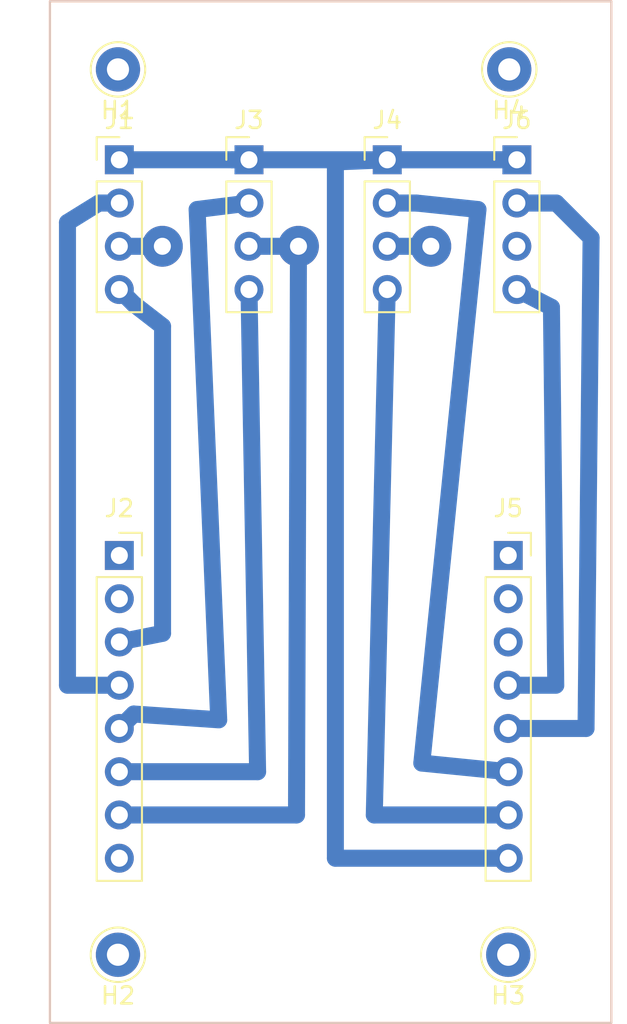
<source format=kicad_pcb>
(kicad_pcb (version 20171130) (host pcbnew "(5.1.5)-3")

  (general
    (thickness 1.6)
    (drawings 20)
    (tracks 57)
    (zones 0)
    (modules 10)
    (nets 21)
  )

  (page A4)
  (layers
    (0 F.Cu signal)
    (31 B.Cu signal)
    (32 B.Adhes user)
    (33 F.Adhes user)
    (34 B.Paste user)
    (35 F.Paste user)
    (36 B.SilkS user)
    (37 F.SilkS user)
    (38 B.Mask user)
    (39 F.Mask user)
    (40 Dwgs.User user)
    (41 Cmts.User user)
    (42 Eco1.User user)
    (43 Eco2.User user)
    (44 Edge.Cuts user)
    (45 Margin user)
    (46 B.CrtYd user)
    (47 F.CrtYd user)
    (48 B.Fab user)
    (49 F.Fab user)
  )

  (setup
    (last_trace_width 1)
    (user_trace_width 2.4)
    (trace_clearance 0.2)
    (zone_clearance 0.508)
    (zone_45_only no)
    (trace_min 0.2)
    (via_size 0.8)
    (via_drill 0.4)
    (via_min_size 0.4)
    (via_min_drill 0.3)
    (user_via 2.4 1)
    (uvia_size 0.3)
    (uvia_drill 0.1)
    (uvias_allowed no)
    (uvia_min_size 0.2)
    (uvia_min_drill 0.1)
    (edge_width 0.05)
    (segment_width 0.2)
    (pcb_text_width 0.3)
    (pcb_text_size 1.5 1.5)
    (mod_edge_width 0.12)
    (mod_text_size 1 1)
    (mod_text_width 0.15)
    (pad_size 1.524 1.524)
    (pad_drill 0.762)
    (pad_to_mask_clearance 0.051)
    (solder_mask_min_width 0.25)
    (aux_axis_origin 0 0)
    (visible_elements 7FFFFFFF)
    (pcbplotparams
      (layerselection 0x010fc_ffffffff)
      (usegerberextensions false)
      (usegerberattributes false)
      (usegerberadvancedattributes false)
      (creategerberjobfile false)
      (excludeedgelayer true)
      (linewidth 0.100000)
      (plotframeref false)
      (viasonmask false)
      (mode 1)
      (useauxorigin false)
      (hpglpennumber 1)
      (hpglpenspeed 20)
      (hpglpendiameter 15.000000)
      (psnegative false)
      (psa4output false)
      (plotreference true)
      (plotvalue true)
      (plotinvisibletext false)
      (padsonsilk false)
      (subtractmaskfromsilk false)
      (outputformat 1)
      (mirror false)
      (drillshape 1)
      (scaleselection 1)
      (outputdirectory ""))
  )

  (net 0 "")
  (net 1 "Net-(J1-Pad4)")
  (net 2 GND)
  (net 3 "Net-(J1-Pad2)")
  (net 4 +3V3)
  (net 5 "Net-(J2-Pad8)")
  (net 6 "Net-(J2-Pad6)")
  (net 7 "Net-(J2-Pad5)")
  (net 8 "Net-(J2-Pad2)")
  (net 9 "Net-(J2-Pad1)")
  (net 10 "Net-(J4-Pad4)")
  (net 11 "Net-(J4-Pad2)")
  (net 12 "Net-(J5-Pad3)")
  (net 13 "Net-(J5-Pad2)")
  (net 14 "Net-(J5-Pad1)")
  (net 15 "Net-(J5-Pad5)")
  (net 16 "Net-(J5-Pad4)")
  (net 17 "Net-(H1-Pad1)")
  (net 18 "Net-(H2-Pad1)")
  (net 19 "Net-(H3-Pad1)")
  (net 20 "Net-(H4-Pad1)")

  (net_class Default "Ez az alapértelmezett vezetékosztály"
    (clearance 0.2)
    (trace_width 1)
    (via_dia 0.8)
    (via_drill 0.4)
    (uvia_dia 0.3)
    (uvia_drill 0.1)
    (add_net +3V3)
    (add_net GND)
    (add_net "Net-(H1-Pad1)")
    (add_net "Net-(H2-Pad1)")
    (add_net "Net-(H3-Pad1)")
    (add_net "Net-(H4-Pad1)")
    (add_net "Net-(J1-Pad2)")
    (add_net "Net-(J1-Pad4)")
    (add_net "Net-(J2-Pad1)")
    (add_net "Net-(J2-Pad2)")
    (add_net "Net-(J2-Pad5)")
    (add_net "Net-(J2-Pad6)")
    (add_net "Net-(J2-Pad8)")
    (add_net "Net-(J4-Pad2)")
    (add_net "Net-(J4-Pad4)")
    (add_net "Net-(J5-Pad1)")
    (add_net "Net-(J5-Pad2)")
    (add_net "Net-(J5-Pad3)")
    (add_net "Net-(J5-Pad4)")
    (add_net "Net-(J5-Pad5)")
  )

  (module Connector_PinSocket_2.54mm:PinSocket_1x08_P2.54mm_Vertical (layer F.Cu) (tedit 5A19A420) (tstamp 5EE98C21)
    (at 132.08 82.55)
    (descr "Through hole straight socket strip, 1x08, 2.54mm pitch, single row (from Kicad 4.0.7), script generated")
    (tags "Through hole socket strip THT 1x08 2.54mm single row")
    (path /5EE9084A)
    (fp_text reference J2 (at 0 -2.77) (layer F.SilkS)
      (effects (font (size 1 1) (thickness 0.15)))
    )
    (fp_text value L (at 0 20.55) (layer F.Fab)
      (effects (font (size 1 1) (thickness 0.15)))
    )
    (fp_text user %R (at 0 8.89 90) (layer F.Fab)
      (effects (font (size 1 1) (thickness 0.15)))
    )
    (fp_line (start -1.8 19.55) (end -1.8 -1.8) (layer F.CrtYd) (width 0.05))
    (fp_line (start 1.75 19.55) (end -1.8 19.55) (layer F.CrtYd) (width 0.05))
    (fp_line (start 1.75 -1.8) (end 1.75 19.55) (layer F.CrtYd) (width 0.05))
    (fp_line (start -1.8 -1.8) (end 1.75 -1.8) (layer F.CrtYd) (width 0.05))
    (fp_line (start 0 -1.33) (end 1.33 -1.33) (layer F.SilkS) (width 0.12))
    (fp_line (start 1.33 -1.33) (end 1.33 0) (layer F.SilkS) (width 0.12))
    (fp_line (start 1.33 1.27) (end 1.33 19.11) (layer F.SilkS) (width 0.12))
    (fp_line (start -1.33 19.11) (end 1.33 19.11) (layer F.SilkS) (width 0.12))
    (fp_line (start -1.33 1.27) (end -1.33 19.11) (layer F.SilkS) (width 0.12))
    (fp_line (start -1.33 1.27) (end 1.33 1.27) (layer F.SilkS) (width 0.12))
    (fp_line (start -1.27 19.05) (end -1.27 -1.27) (layer F.Fab) (width 0.1))
    (fp_line (start 1.27 19.05) (end -1.27 19.05) (layer F.Fab) (width 0.1))
    (fp_line (start 1.27 -0.635) (end 1.27 19.05) (layer F.Fab) (width 0.1))
    (fp_line (start 0.635 -1.27) (end 1.27 -0.635) (layer F.Fab) (width 0.1))
    (fp_line (start -1.27 -1.27) (end 0.635 -1.27) (layer F.Fab) (width 0.1))
    (pad 8 thru_hole oval (at 0 17.78) (size 1.7 1.7) (drill 1) (layers *.Cu *.Mask)
      (net 5 "Net-(J2-Pad8)"))
    (pad 7 thru_hole oval (at 0 15.24) (size 1.7 1.7) (drill 1) (layers *.Cu *.Mask)
      (net 2 GND))
    (pad 6 thru_hole oval (at 0 12.7) (size 1.7 1.7) (drill 1) (layers *.Cu *.Mask)
      (net 6 "Net-(J2-Pad6)"))
    (pad 5 thru_hole oval (at 0 10.16) (size 1.7 1.7) (drill 1) (layers *.Cu *.Mask)
      (net 7 "Net-(J2-Pad5)"))
    (pad 4 thru_hole oval (at 0 7.62) (size 1.7 1.7) (drill 1) (layers *.Cu *.Mask)
      (net 3 "Net-(J1-Pad2)"))
    (pad 3 thru_hole oval (at 0 5.08) (size 1.7 1.7) (drill 1) (layers *.Cu *.Mask)
      (net 1 "Net-(J1-Pad4)"))
    (pad 2 thru_hole oval (at 0 2.54) (size 1.7 1.7) (drill 1) (layers *.Cu *.Mask)
      (net 8 "Net-(J2-Pad2)"))
    (pad 1 thru_hole rect (at 0 0) (size 1.7 1.7) (drill 1) (layers *.Cu *.Mask)
      (net 9 "Net-(J2-Pad1)"))
    (model ${KISYS3DMOD}/Connector_PinSocket_2.54mm.3dshapes/PinSocket_1x08_P2.54mm_Vertical.wrl
      (at (xyz 0 0 0))
      (scale (xyz 1 1 1))
      (rotate (xyz 0 0 0))
    )
  )

  (module Connector_Pin:Pin_D1.3mm_L11.0mm (layer F.Cu) (tedit 5A1DC085) (tstamp 5EE9948D)
    (at 155 54)
    (descr "solder Pin_ diameter 1.3mm, hole diameter 1.3mm, length 11.0mm")
    (tags "solder Pin_ pressfit")
    (path /5EEB3F94)
    (fp_text reference H4 (at 0 2.4) (layer F.SilkS)
      (effects (font (size 1 1) (thickness 0.15)))
    )
    (fp_text value MountingHole_Pad (at 0 -2.05) (layer F.Fab)
      (effects (font (size 1 1) (thickness 0.15)))
    )
    (fp_circle (center 0 0) (end 1.6 0.05) (layer F.SilkS) (width 0.12))
    (fp_circle (center 0 0) (end 1.25 -0.05) (layer F.Fab) (width 0.12))
    (fp_circle (center 0 0) (end 0.65 -0.05) (layer F.Fab) (width 0.12))
    (fp_circle (center 0 0) (end 1.8 0) (layer F.CrtYd) (width 0.05))
    (fp_text user %R (at 0 2.4) (layer F.Fab)
      (effects (font (size 1 1) (thickness 0.15)))
    )
    (pad 1 thru_hole circle (at 0 0) (size 2.6 2.6) (drill 1.3) (layers *.Cu *.Mask)
      (net 20 "Net-(H4-Pad1)"))
    (model ${KISYS3DMOD}/Connector_Pin.3dshapes/Pin_D1.3mm_L11.0mm.wrl
      (at (xyz 0 0 0))
      (scale (xyz 1 1 1))
      (rotate (xyz 0 0 0))
    )
  )

  (module Connector_Pin:Pin_D1.3mm_L11.0mm (layer F.Cu) (tedit 5A1DC085) (tstamp 5EE98310)
    (at 154.94 106)
    (descr "solder Pin_ diameter 1.3mm, hole diameter 1.3mm, length 11.0mm")
    (tags "solder Pin_ pressfit")
    (path /5EEB3D34)
    (fp_text reference H3 (at 0 2.4) (layer F.SilkS)
      (effects (font (size 1 1) (thickness 0.15)))
    )
    (fp_text value MountingHole_Pad (at 0 -2.05) (layer F.Fab)
      (effects (font (size 1 1) (thickness 0.15)))
    )
    (fp_circle (center 0 0) (end 1.6 0.05) (layer F.SilkS) (width 0.12))
    (fp_circle (center 0 0) (end 1.25 -0.05) (layer F.Fab) (width 0.12))
    (fp_circle (center 0 0) (end 0.65 -0.05) (layer F.Fab) (width 0.12))
    (fp_circle (center 0 0) (end 1.8 0) (layer F.CrtYd) (width 0.05))
    (fp_text user %R (at 0 2.4) (layer F.Fab)
      (effects (font (size 1 1) (thickness 0.15)))
    )
    (pad 1 thru_hole circle (at 0 0) (size 2.6 2.6) (drill 1.3) (layers *.Cu *.Mask)
      (net 19 "Net-(H3-Pad1)"))
    (model ${KISYS3DMOD}/Connector_Pin.3dshapes/Pin_D1.3mm_L11.0mm.wrl
      (at (xyz 0 0 0))
      (scale (xyz 1 1 1))
      (rotate (xyz 0 0 0))
    )
  )

  (module Connector_Pin:Pin_D1.3mm_L11.0mm (layer F.Cu) (tedit 5A1DC085) (tstamp 5EE98306)
    (at 132 106)
    (descr "solder Pin_ diameter 1.3mm, hole diameter 1.3mm, length 11.0mm")
    (tags "solder Pin_ pressfit")
    (path /5EEB3C51)
    (fp_text reference H2 (at 0 2.4) (layer F.SilkS)
      (effects (font (size 1 1) (thickness 0.15)))
    )
    (fp_text value MountingHole_Pad (at 0 -2.05) (layer F.Fab)
      (effects (font (size 1 1) (thickness 0.15)))
    )
    (fp_circle (center 0 0) (end 1.6 0.05) (layer F.SilkS) (width 0.12))
    (fp_circle (center 0 0) (end 1.25 -0.05) (layer F.Fab) (width 0.12))
    (fp_circle (center 0 0) (end 0.65 -0.05) (layer F.Fab) (width 0.12))
    (fp_circle (center 0 0) (end 1.8 0) (layer F.CrtYd) (width 0.05))
    (fp_text user %R (at 0 2.4) (layer F.Fab)
      (effects (font (size 1 1) (thickness 0.15)))
    )
    (pad 1 thru_hole circle (at 0 0) (size 2.6 2.6) (drill 1.3) (layers *.Cu *.Mask)
      (net 18 "Net-(H2-Pad1)"))
    (model ${KISYS3DMOD}/Connector_Pin.3dshapes/Pin_D1.3mm_L11.0mm.wrl
      (at (xyz 0 0 0))
      (scale (xyz 1 1 1))
      (rotate (xyz 0 0 0))
    )
  )

  (module Connector_Pin:Pin_D1.3mm_L11.0mm (layer F.Cu) (tedit 5A1DC085) (tstamp 5EE982FC)
    (at 132 54)
    (descr "solder Pin_ diameter 1.3mm, hole diameter 1.3mm, length 11.0mm")
    (tags "solder Pin_ pressfit")
    (path /5EEB3772)
    (fp_text reference H1 (at 0 2.4) (layer F.SilkS)
      (effects (font (size 1 1) (thickness 0.15)))
    )
    (fp_text value MountingHole_Pad (at 0 -2.05) (layer F.Fab)
      (effects (font (size 1 1) (thickness 0.15)))
    )
    (fp_circle (center 0 0) (end 1.6 0.05) (layer F.SilkS) (width 0.12))
    (fp_circle (center 0 0) (end 1.25 -0.05) (layer F.Fab) (width 0.12))
    (fp_circle (center 0 0) (end 0.65 -0.05) (layer F.Fab) (width 0.12))
    (fp_circle (center 0 0) (end 1.8 0) (layer F.CrtYd) (width 0.05))
    (fp_text user %R (at 0 2.4) (layer F.Fab)
      (effects (font (size 1 1) (thickness 0.15)))
    )
    (pad 1 thru_hole circle (at 0 0) (size 2.6 2.6) (drill 1.3) (layers *.Cu *.Mask)
      (net 17 "Net-(H1-Pad1)"))
    (model ${KISYS3DMOD}/Connector_Pin.3dshapes/Pin_D1.3mm_L11.0mm.wrl
      (at (xyz 0 0 0))
      (scale (xyz 1 1 1))
      (rotate (xyz 0 0 0))
    )
  )

  (module Connector_PinHeader_2.54mm:PinHeader_1x04_P2.54mm_Vertical (layer F.Cu) (tedit 59FED5CC) (tstamp 5EE98D49)
    (at 155.448 59.31)
    (descr "Through hole straight pin header, 1x04, 2.54mm pitch, single row")
    (tags "Through hole pin header THT 1x04 2.54mm single row")
    (path /5EE95521)
    (fp_text reference J6 (at 0 -2.33) (layer F.SilkS)
      (effects (font (size 1 1) (thickness 0.15)))
    )
    (fp_text value M4 (at 0 9.95) (layer F.Fab)
      (effects (font (size 1 1) (thickness 0.15)))
    )
    (fp_text user %R (at 0 3.81 90) (layer F.Fab)
      (effects (font (size 1 1) (thickness 0.15)))
    )
    (fp_line (start 1.8 -1.8) (end -1.8 -1.8) (layer F.CrtYd) (width 0.05))
    (fp_line (start 1.8 9.4) (end 1.8 -1.8) (layer F.CrtYd) (width 0.05))
    (fp_line (start -1.8 9.4) (end 1.8 9.4) (layer F.CrtYd) (width 0.05))
    (fp_line (start -1.8 -1.8) (end -1.8 9.4) (layer F.CrtYd) (width 0.05))
    (fp_line (start -1.33 -1.33) (end 0 -1.33) (layer F.SilkS) (width 0.12))
    (fp_line (start -1.33 0) (end -1.33 -1.33) (layer F.SilkS) (width 0.12))
    (fp_line (start -1.33 1.27) (end 1.33 1.27) (layer F.SilkS) (width 0.12))
    (fp_line (start 1.33 1.27) (end 1.33 8.95) (layer F.SilkS) (width 0.12))
    (fp_line (start -1.33 1.27) (end -1.33 8.95) (layer F.SilkS) (width 0.12))
    (fp_line (start -1.33 8.95) (end 1.33 8.95) (layer F.SilkS) (width 0.12))
    (fp_line (start -1.27 -0.635) (end -0.635 -1.27) (layer F.Fab) (width 0.1))
    (fp_line (start -1.27 8.89) (end -1.27 -0.635) (layer F.Fab) (width 0.1))
    (fp_line (start 1.27 8.89) (end -1.27 8.89) (layer F.Fab) (width 0.1))
    (fp_line (start 1.27 -1.27) (end 1.27 8.89) (layer F.Fab) (width 0.1))
    (fp_line (start -0.635 -1.27) (end 1.27 -1.27) (layer F.Fab) (width 0.1))
    (pad 4 thru_hole oval (at 0 7.62) (size 1.7 1.7) (drill 1) (layers *.Cu *.Mask)
      (net 16 "Net-(J5-Pad4)"))
    (pad 3 thru_hole oval (at 0 5.08) (size 1.7 1.7) (drill 1) (layers *.Cu *.Mask)
      (net 2 GND))
    (pad 2 thru_hole oval (at 0 2.54) (size 1.7 1.7) (drill 1) (layers *.Cu *.Mask)
      (net 15 "Net-(J5-Pad5)"))
    (pad 1 thru_hole rect (at 0 0) (size 1.7 1.7) (drill 1) (layers *.Cu *.Mask)
      (net 4 +3V3))
    (model ${KISYS3DMOD}/Connector_PinHeader_2.54mm.3dshapes/PinHeader_1x04_P2.54mm_Vertical.wrl
      (at (xyz 0 0 0))
      (scale (xyz 1 1 1))
      (rotate (xyz 0 0 0))
    )
  )

  (module Connector_PinSocket_2.54mm:PinSocket_1x08_P2.54mm_Vertical (layer F.Cu) (tedit 5A19A420) (tstamp 5EE98FB4)
    (at 154.94 82.55)
    (descr "Through hole straight socket strip, 1x08, 2.54mm pitch, single row (from Kicad 4.0.7), script generated")
    (tags "Through hole socket strip THT 1x08 2.54mm single row")
    (path /5EE91153)
    (fp_text reference J5 (at 0 -2.77) (layer F.SilkS)
      (effects (font (size 1 1) (thickness 0.15)))
    )
    (fp_text value R (at 0 20.55) (layer F.Fab)
      (effects (font (size 1 1) (thickness 0.15)))
    )
    (fp_text user %R (at 0 8.89 90) (layer F.Fab)
      (effects (font (size 1 1) (thickness 0.15)))
    )
    (fp_line (start -1.8 19.55) (end -1.8 -1.8) (layer F.CrtYd) (width 0.05))
    (fp_line (start 1.75 19.55) (end -1.8 19.55) (layer F.CrtYd) (width 0.05))
    (fp_line (start 1.75 -1.8) (end 1.75 19.55) (layer F.CrtYd) (width 0.05))
    (fp_line (start -1.8 -1.8) (end 1.75 -1.8) (layer F.CrtYd) (width 0.05))
    (fp_line (start 0 -1.33) (end 1.33 -1.33) (layer F.SilkS) (width 0.12))
    (fp_line (start 1.33 -1.33) (end 1.33 0) (layer F.SilkS) (width 0.12))
    (fp_line (start 1.33 1.27) (end 1.33 19.11) (layer F.SilkS) (width 0.12))
    (fp_line (start -1.33 19.11) (end 1.33 19.11) (layer F.SilkS) (width 0.12))
    (fp_line (start -1.33 1.27) (end -1.33 19.11) (layer F.SilkS) (width 0.12))
    (fp_line (start -1.33 1.27) (end 1.33 1.27) (layer F.SilkS) (width 0.12))
    (fp_line (start -1.27 19.05) (end -1.27 -1.27) (layer F.Fab) (width 0.1))
    (fp_line (start 1.27 19.05) (end -1.27 19.05) (layer F.Fab) (width 0.1))
    (fp_line (start 1.27 -0.635) (end 1.27 19.05) (layer F.Fab) (width 0.1))
    (fp_line (start 0.635 -1.27) (end 1.27 -0.635) (layer F.Fab) (width 0.1))
    (fp_line (start -1.27 -1.27) (end 0.635 -1.27) (layer F.Fab) (width 0.1))
    (pad 8 thru_hole oval (at 0 17.78) (size 1.7 1.7) (drill 1) (layers *.Cu *.Mask)
      (net 4 +3V3))
    (pad 7 thru_hole oval (at 0 15.24) (size 1.7 1.7) (drill 1) (layers *.Cu *.Mask)
      (net 10 "Net-(J4-Pad4)"))
    (pad 6 thru_hole oval (at 0 12.7) (size 1.7 1.7) (drill 1) (layers *.Cu *.Mask)
      (net 11 "Net-(J4-Pad2)"))
    (pad 5 thru_hole oval (at 0 10.16) (size 1.7 1.7) (drill 1) (layers *.Cu *.Mask)
      (net 15 "Net-(J5-Pad5)"))
    (pad 4 thru_hole oval (at 0 7.62) (size 1.7 1.7) (drill 1) (layers *.Cu *.Mask)
      (net 16 "Net-(J5-Pad4)"))
    (pad 3 thru_hole oval (at 0 5.08) (size 1.7 1.7) (drill 1) (layers *.Cu *.Mask)
      (net 12 "Net-(J5-Pad3)"))
    (pad 2 thru_hole oval (at 0 2.54) (size 1.7 1.7) (drill 1) (layers *.Cu *.Mask)
      (net 13 "Net-(J5-Pad2)"))
    (pad 1 thru_hole rect (at 0 0) (size 1.7 1.7) (drill 1) (layers *.Cu *.Mask)
      (net 14 "Net-(J5-Pad1)"))
    (model ${KISYS3DMOD}/Connector_PinSocket_2.54mm.3dshapes/PinSocket_1x08_P2.54mm_Vertical.wrl
      (at (xyz 0 0 0))
      (scale (xyz 1 1 1))
      (rotate (xyz 0 0 0))
    )
  )

  (module Connector_PinHeader_2.54mm:PinHeader_1x04_P2.54mm_Vertical (layer F.Cu) (tedit 59FED5CC) (tstamp 5EE98CB3)
    (at 147.828 59.31)
    (descr "Through hole straight pin header, 1x04, 2.54mm pitch, single row")
    (tags "Through hole pin header THT 1x04 2.54mm single row")
    (path /5EE94D2E)
    (fp_text reference J4 (at 0 -2.33) (layer F.SilkS)
      (effects (font (size 1 1) (thickness 0.15)))
    )
    (fp_text value M3 (at 0 9.95) (layer F.Fab)
      (effects (font (size 1 1) (thickness 0.15)))
    )
    (fp_text user %R (at 0 3.81 90) (layer F.Fab)
      (effects (font (size 1 1) (thickness 0.15)))
    )
    (fp_line (start 1.8 -1.8) (end -1.8 -1.8) (layer F.CrtYd) (width 0.05))
    (fp_line (start 1.8 9.4) (end 1.8 -1.8) (layer F.CrtYd) (width 0.05))
    (fp_line (start -1.8 9.4) (end 1.8 9.4) (layer F.CrtYd) (width 0.05))
    (fp_line (start -1.8 -1.8) (end -1.8 9.4) (layer F.CrtYd) (width 0.05))
    (fp_line (start -1.33 -1.33) (end 0 -1.33) (layer F.SilkS) (width 0.12))
    (fp_line (start -1.33 0) (end -1.33 -1.33) (layer F.SilkS) (width 0.12))
    (fp_line (start -1.33 1.27) (end 1.33 1.27) (layer F.SilkS) (width 0.12))
    (fp_line (start 1.33 1.27) (end 1.33 8.95) (layer F.SilkS) (width 0.12))
    (fp_line (start -1.33 1.27) (end -1.33 8.95) (layer F.SilkS) (width 0.12))
    (fp_line (start -1.33 8.95) (end 1.33 8.95) (layer F.SilkS) (width 0.12))
    (fp_line (start -1.27 -0.635) (end -0.635 -1.27) (layer F.Fab) (width 0.1))
    (fp_line (start -1.27 8.89) (end -1.27 -0.635) (layer F.Fab) (width 0.1))
    (fp_line (start 1.27 8.89) (end -1.27 8.89) (layer F.Fab) (width 0.1))
    (fp_line (start 1.27 -1.27) (end 1.27 8.89) (layer F.Fab) (width 0.1))
    (fp_line (start -0.635 -1.27) (end 1.27 -1.27) (layer F.Fab) (width 0.1))
    (pad 4 thru_hole oval (at 0 7.62) (size 1.7 1.7) (drill 1) (layers *.Cu *.Mask)
      (net 10 "Net-(J4-Pad4)"))
    (pad 3 thru_hole oval (at 0 5.08) (size 1.7 1.7) (drill 1) (layers *.Cu *.Mask)
      (net 2 GND))
    (pad 2 thru_hole oval (at 0 2.54) (size 1.7 1.7) (drill 1) (layers *.Cu *.Mask)
      (net 11 "Net-(J4-Pad2)"))
    (pad 1 thru_hole rect (at 0 0) (size 1.7 1.7) (drill 1) (layers *.Cu *.Mask)
      (net 4 +3V3))
    (model ${KISYS3DMOD}/Connector_PinHeader_2.54mm.3dshapes/PinHeader_1x04_P2.54mm_Vertical.wrl
      (at (xyz 0 0 0))
      (scale (xyz 1 1 1))
      (rotate (xyz 0 0 0))
    )
  )

  (module Connector_PinHeader_2.54mm:PinHeader_1x04_P2.54mm_Vertical (layer F.Cu) (tedit 59FED5CC) (tstamp 5EE992E5)
    (at 139.7 59.31)
    (descr "Through hole straight pin header, 1x04, 2.54mm pitch, single row")
    (tags "Through hole pin header THT 1x04 2.54mm single row")
    (path /5EE947C1)
    (fp_text reference J3 (at 0 -2.33) (layer F.SilkS)
      (effects (font (size 1 1) (thickness 0.15)))
    )
    (fp_text value M2 (at 0 9.95) (layer F.Fab)
      (effects (font (size 1 1) (thickness 0.15)))
    )
    (fp_text user %R (at 0 3.81 90) (layer F.Fab)
      (effects (font (size 1 1) (thickness 0.15)))
    )
    (fp_line (start 1.8 -1.8) (end -1.8 -1.8) (layer F.CrtYd) (width 0.05))
    (fp_line (start 1.8 9.4) (end 1.8 -1.8) (layer F.CrtYd) (width 0.05))
    (fp_line (start -1.8 9.4) (end 1.8 9.4) (layer F.CrtYd) (width 0.05))
    (fp_line (start -1.8 -1.8) (end -1.8 9.4) (layer F.CrtYd) (width 0.05))
    (fp_line (start -1.33 -1.33) (end 0 -1.33) (layer F.SilkS) (width 0.12))
    (fp_line (start -1.33 0) (end -1.33 -1.33) (layer F.SilkS) (width 0.12))
    (fp_line (start -1.33 1.27) (end 1.33 1.27) (layer F.SilkS) (width 0.12))
    (fp_line (start 1.33 1.27) (end 1.33 8.95) (layer F.SilkS) (width 0.12))
    (fp_line (start -1.33 1.27) (end -1.33 8.95) (layer F.SilkS) (width 0.12))
    (fp_line (start -1.33 8.95) (end 1.33 8.95) (layer F.SilkS) (width 0.12))
    (fp_line (start -1.27 -0.635) (end -0.635 -1.27) (layer F.Fab) (width 0.1))
    (fp_line (start -1.27 8.89) (end -1.27 -0.635) (layer F.Fab) (width 0.1))
    (fp_line (start 1.27 8.89) (end -1.27 8.89) (layer F.Fab) (width 0.1))
    (fp_line (start 1.27 -1.27) (end 1.27 8.89) (layer F.Fab) (width 0.1))
    (fp_line (start -0.635 -1.27) (end 1.27 -1.27) (layer F.Fab) (width 0.1))
    (pad 4 thru_hole oval (at 0 7.62) (size 1.7 1.7) (drill 1) (layers *.Cu *.Mask)
      (net 6 "Net-(J2-Pad6)"))
    (pad 3 thru_hole oval (at 0 5.08) (size 1.7 1.7) (drill 1) (layers *.Cu *.Mask)
      (net 2 GND))
    (pad 2 thru_hole oval (at 0 2.54) (size 1.7 1.7) (drill 1) (layers *.Cu *.Mask)
      (net 7 "Net-(J2-Pad5)"))
    (pad 1 thru_hole rect (at 0 0) (size 1.7 1.7) (drill 1) (layers *.Cu *.Mask)
      (net 4 +3V3))
    (model ${KISYS3DMOD}/Connector_PinHeader_2.54mm.3dshapes/PinHeader_1x04_P2.54mm_Vertical.wrl
      (at (xyz 0 0 0))
      (scale (xyz 1 1 1))
      (rotate (xyz 0 0 0))
    )
  )

  (module Connector_PinHeader_2.54mm:PinHeader_1x04_P2.54mm_Vertical (layer F.Cu) (tedit 59FED5CC) (tstamp 5EE99211)
    (at 132.08 59.31)
    (descr "Through hole straight pin header, 1x04, 2.54mm pitch, single row")
    (tags "Through hole pin header THT 1x04 2.54mm single row")
    (path /5EE93237)
    (fp_text reference J1 (at 0 -2.33) (layer F.SilkS)
      (effects (font (size 1 1) (thickness 0.15)))
    )
    (fp_text value M1 (at 0 9.95) (layer F.Fab)
      (effects (font (size 1 1) (thickness 0.15)))
    )
    (fp_line (start -0.635 -1.27) (end 1.27 -1.27) (layer F.Fab) (width 0.1))
    (fp_line (start 1.27 -1.27) (end 1.27 8.89) (layer F.Fab) (width 0.1))
    (fp_line (start 1.27 8.89) (end -1.27 8.89) (layer F.Fab) (width 0.1))
    (fp_line (start -1.27 8.89) (end -1.27 -0.635) (layer F.Fab) (width 0.1))
    (fp_line (start -1.27 -0.635) (end -0.635 -1.27) (layer F.Fab) (width 0.1))
    (fp_line (start -1.33 8.95) (end 1.33 8.95) (layer F.SilkS) (width 0.12))
    (fp_line (start -1.33 1.27) (end -1.33 8.95) (layer F.SilkS) (width 0.12))
    (fp_line (start 1.33 1.27) (end 1.33 8.95) (layer F.SilkS) (width 0.12))
    (fp_line (start -1.33 1.27) (end 1.33 1.27) (layer F.SilkS) (width 0.12))
    (fp_line (start -1.33 0) (end -1.33 -1.33) (layer F.SilkS) (width 0.12))
    (fp_line (start -1.33 -1.33) (end 0 -1.33) (layer F.SilkS) (width 0.12))
    (fp_line (start -1.8 -1.8) (end -1.8 9.4) (layer F.CrtYd) (width 0.05))
    (fp_line (start -1.8 9.4) (end 1.8 9.4) (layer F.CrtYd) (width 0.05))
    (fp_line (start 1.8 9.4) (end 1.8 -1.8) (layer F.CrtYd) (width 0.05))
    (fp_line (start 1.8 -1.8) (end -1.8 -1.8) (layer F.CrtYd) (width 0.05))
    (fp_text user %R (at 0 3.81 90) (layer F.Fab)
      (effects (font (size 1 1) (thickness 0.15)))
    )
    (pad 1 thru_hole rect (at 0 0) (size 1.7 1.7) (drill 1) (layers *.Cu *.Mask)
      (net 4 +3V3))
    (pad 2 thru_hole oval (at 0 2.54) (size 1.7 1.7) (drill 1) (layers *.Cu *.Mask)
      (net 3 "Net-(J1-Pad2)"))
    (pad 3 thru_hole oval (at 0 5.08) (size 1.7 1.7) (drill 1) (layers *.Cu *.Mask)
      (net 2 GND))
    (pad 4 thru_hole oval (at 0 7.62) (size 1.7 1.7) (drill 1) (layers *.Cu *.Mask)
      (net 1 "Net-(J1-Pad4)"))
    (model ${KISYS3DMOD}/Connector_PinHeader_2.54mm.3dshapes/PinHeader_1x04_P2.54mm_Vertical.wrl
      (at (xyz 0 0 0))
      (scale (xyz 1 1 1))
      (rotate (xyz 0 0 0))
    )
  )

  (gr_line (start 128 110) (end 128 50) (layer Edge.Cuts) (width 0.05) (tstamp 5EE9966D))
  (gr_line (start 161 110) (end 128 110) (layer Edge.Cuts) (width 0.05))
  (gr_line (start 161 50) (end 161 110) (layer Edge.Cuts) (width 0.05))
  (gr_line (start 128 50) (end 161 50) (layer Edge.Cuts) (width 0.05))
  (gr_line (start 161 110) (end 161 50) (layer B.SilkS) (width 0.12) (tstamp 5EE995ED))
  (gr_line (start 128 110) (end 161 110) (layer B.SilkS) (width 0.12))
  (gr_line (start 128 50) (end 128 110) (layer B.SilkS) (width 0.12))
  (gr_line (start 161 50) (end 128 50) (layer B.SilkS) (width 0.12))
  (gr_line (start 128 110) (end 128 50) (layer F.Paste) (width 0.15) (tstamp 5EE995EB))
  (gr_line (start 161 110) (end 128 110) (layer F.Paste) (width 0.15))
  (gr_line (start 161 50) (end 161 110) (layer F.Paste) (width 0.15))
  (gr_line (start 128 50) (end 161 50) (layer F.Paste) (width 0.15))
  (gr_line (start 128 50) (end 128 51) (layer F.SilkS) (width 0.12) (tstamp 5EE995C5))
  (gr_line (start 161 51) (end 161 50) (layer F.SilkS) (width 0.12) (tstamp 5EE995C4))
  (gr_line (start 128 50) (end 129 50) (layer F.SilkS) (width 0.12) (tstamp 5EE995B9))
  (gr_line (start 128 110) (end 128 51) (layer F.SilkS) (width 0.12))
  (gr_line (start 161 110) (end 128 110) (layer F.SilkS) (width 0.12))
  (gr_line (start 161 51) (end 161 110) (layer F.SilkS) (width 0.12))
  (gr_line (start 158 50) (end 161 50) (layer F.SilkS) (width 0.12))
  (gr_line (start 129 50) (end 158 50) (layer F.SilkS) (width 0.12))

  (segment (start 132.929999 67.779999) (end 132.08 66.93) (width 1) (layer B.Cu) (net 1))
  (segment (start 134.62 69.088) (end 132.929999 67.779999) (width 1) (layer B.Cu) (net 1))
  (segment (start 132.08 87.63) (end 134.62 87.122) (width 1) (layer B.Cu) (net 1))
  (segment (start 134.62 87.122) (end 134.62 69.088) (width 1) (layer B.Cu) (net 1))
  (segment (start 132.08 64.39) (end 134.61 64.39) (width 1) (layer B.Cu) (net 2))
  (segment (start 139.7 64.39) (end 142.61 64.39) (width 1) (layer B.Cu) (net 2))
  (segment (start 147.828 64.39) (end 150.39 64.39) (width 1) (layer B.Cu) (net 2))
  (segment (start 134.61 64.39) (end 134.61 64.39) (width 1) (layer B.Cu) (net 2) (tstamp 5EEA89F4))
  (via (at 134.61 64.39) (size 0.8) (drill 0.4) (layers F.Cu B.Cu) (net 2))
  (segment (start 142.61 64.39) (end 142.61 64.39) (width 1) (layer B.Cu) (net 2) (tstamp 5EEA89F6))
  (via (at 142.61 64.39) (size 0.8) (drill 0.4) (layers F.Cu B.Cu) (net 2))
  (segment (start 150.39 64.39) (end 150.39 64.39) (width 1) (layer B.Cu) (net 2) (tstamp 5EEA89F8))
  (via (at 150.39 64.39) (size 0.8) (drill 0.4) (layers F.Cu B.Cu) (net 2))
  (segment (start 142.494 97.79) (end 142.61 64.39) (width 1) (layer B.Cu) (net 2))
  (segment (start 132.08 97.79) (end 142.494 97.79) (width 1) (layer B.Cu) (net 2))
  (segment (start 134.61 64.39) (end 134.61 64.39) (width 1) (layer B.Cu) (net 2) (tstamp 5EEA8C61))
  (via (at 134.61 64.39) (size 2.4) (drill 1) (layers F.Cu B.Cu) (net 2))
  (segment (start 142.61 64.39) (end 142.61 64.39) (width 1) (layer B.Cu) (net 2) (tstamp 5EEA8C63))
  (via (at 142.61 64.39) (size 2.4) (drill 1) (layers F.Cu B.Cu) (net 2))
  (segment (start 150.39 64.39) (end 150.39 64.39) (width 1) (layer B.Cu) (net 2) (tstamp 5EEA8C73))
  (via (at 150.39 64.39) (size 2.4) (drill 1) (layers F.Cu B.Cu) (net 2))
  (segment (start 129.032 90.17) (end 130.81 90.17) (width 1) (layer B.Cu) (net 3))
  (segment (start 129.032 62.992) (end 129.032 90.17) (width 1) (layer B.Cu) (net 3))
  (segment (start 130.81 90.17) (end 132.08 90.17) (width 1) (layer B.Cu) (net 3))
  (segment (start 132.08 61.85) (end 130.877919 61.85) (width 1) (layer B.Cu) (net 3))
  (segment (start 130.877919 61.85) (end 129.032 62.992) (width 1) (layer B.Cu) (net 3))
  (segment (start 138.69 59.31) (end 139.7 59.31) (width 1) (layer B.Cu) (net 4))
  (segment (start 132.08 59.31) (end 138.69 59.31) (width 1) (layer B.Cu) (net 4))
  (segment (start 147.828 59.31) (end 155.448 59.31) (width 1) (layer B.Cu) (net 4))
  (segment (start 155.448 59.31) (end 148.073998 59.31) (width 1) (layer B.Cu) (net 4))
  (segment (start 138.69 59.31) (end 147.828 59.31) (width 1) (layer B.Cu) (net 4))
  (segment (start 144.78 59.436) (end 147.828 59.31) (width 1) (layer B.Cu) (net 4))
  (segment (start 154.94 100.33) (end 144.78 100.33) (width 1) (layer B.Cu) (net 4))
  (segment (start 144.78 100.33) (end 144.78 59.436) (width 1) (layer B.Cu) (net 4))
  (segment (start 140.208 95.25) (end 139.7 66.93) (width 1) (layer B.Cu) (net 6))
  (segment (start 132.08 95.25) (end 140.208 95.25) (width 1) (layer B.Cu) (net 6))
  (segment (start 139.7 61.85) (end 139.7 62.104) (width 1) (layer F.Cu) (net 7))
  (segment (start 132.929999 91.860001) (end 132.08 92.71) (width 1) (layer B.Cu) (net 7))
  (segment (start 137.922 92.202) (end 132.929999 91.860001) (width 1) (layer B.Cu) (net 7))
  (segment (start 139.7 61.85) (end 136.652 62.23) (width 1) (layer B.Cu) (net 7))
  (segment (start 136.652 62.23) (end 137.922 92.202) (width 1) (layer B.Cu) (net 7))
  (segment (start 147.066 97.79) (end 154.94 97.79) (width 1) (layer B.Cu) (net 10))
  (segment (start 147.828 66.93) (end 147.066 97.79) (width 1) (layer B.Cu) (net 10))
  (segment (start 149.030081 61.85) (end 147.828 61.85) (width 1) (layer B.Cu) (net 11))
  (segment (start 153.162 62.23) (end 149.54707 61.85) (width 1) (layer B.Cu) (net 11))
  (segment (start 154.94 95.25) (end 149.86 94.742) (width 1) (layer B.Cu) (net 11))
  (segment (start 149.54707 61.85) (end 149.030081 61.85) (width 1) (layer B.Cu) (net 11))
  (segment (start 149.86 94.742) (end 153.162 62.23) (width 1) (layer B.Cu) (net 11))
  (segment (start 156.21 92.71) (end 154.94 92.71) (width 1) (layer B.Cu) (net 15))
  (segment (start 159.512 92.71) (end 156.21 92.71) (width 1) (layer B.Cu) (net 15))
  (segment (start 159.81001 63.89294) (end 159.512 92.71) (width 1) (layer B.Cu) (net 15))
  (segment (start 155.448 61.85) (end 157.76707 61.85) (width 1) (layer B.Cu) (net 15))
  (segment (start 157.76707 61.85) (end 159.81001 63.89294) (width 1) (layer B.Cu) (net 15))
  (segment (start 156.21 90.17) (end 154.94 90.17) (width 1) (layer B.Cu) (net 16))
  (segment (start 157.734 90.17) (end 156.21 90.17) (width 1) (layer B.Cu) (net 16))
  (segment (start 155.448 66.93) (end 157.48 67.972001) (width 1) (layer B.Cu) (net 16))
  (segment (start 157.48 67.972001) (end 157.734 90.17) (width 1) (layer B.Cu) (net 16))

)

</source>
